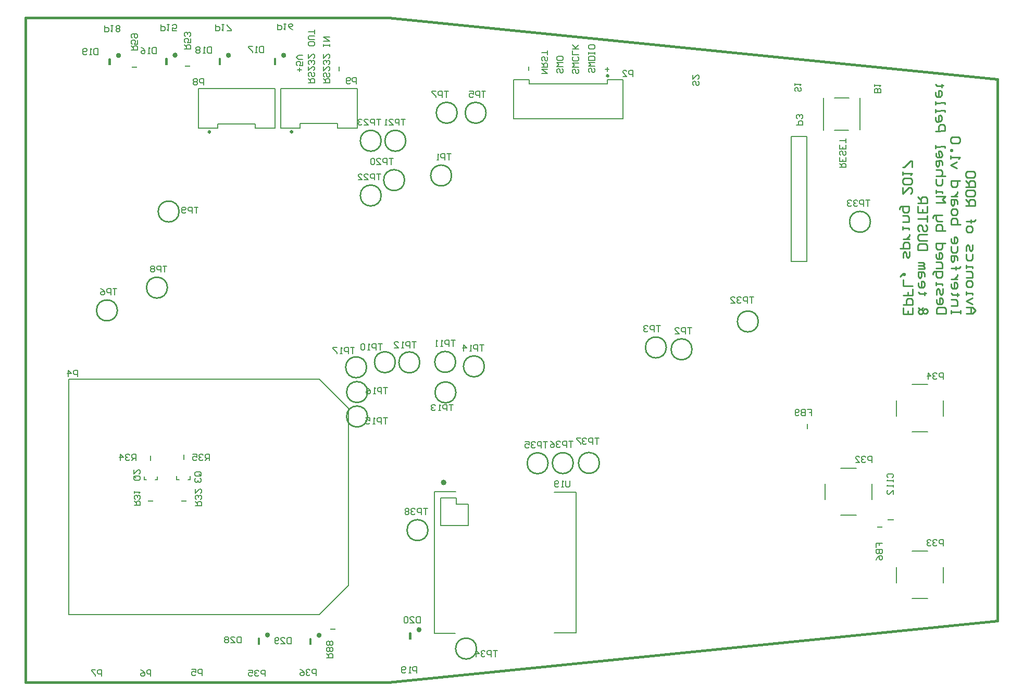
<source format=gbo>
G04 Layer_Color=32896*
%FSLAX44Y44*%
%MOMM*%
G71*
G01*
G75*
%ADD46C,0.5000*%
%ADD48C,0.4000*%
%ADD51C,0.2540*%
%ADD54C,0.2000*%
%ADD84C,0.1270*%
%ADD85C,0.1524*%
%ADD86R,0.2250X0.8636*%
%ADD87R,0.8636X0.2250*%
%ADD88R,1.0000X0.2500*%
%ADD164C,0.4064*%
%ADD165C,0.1900*%
D46*
X891532Y584500D02*
G03*
X891532Y584500I-2032J0D01*
G01*
D48*
X643200Y1154650D02*
G03*
X643200Y1154650I-1000J0D01*
G01*
X509650Y1154400D02*
G03*
X509650Y1154400I-1000J0D01*
G01*
X1156800Y1245600D02*
G03*
X1156800Y1245600I-1000J0D01*
G01*
X800000Y260000D02*
X1790000Y360000D01*
Y1240000D01*
X210000Y260000D02*
X800000D01*
Y1340000D02*
X1790000Y1240000D01*
X210000Y1340000D02*
X800000D01*
X210000Y260000D02*
Y1340000D01*
D51*
X864000Y507000D02*
G03*
X864000Y507000I-17000J0D01*
G01*
X1142750Y616250D02*
G03*
X1142750Y616250I-17000J0D01*
G01*
X1100250Y616000D02*
G03*
X1100250Y616000I-17000J0D01*
G01*
X1059250Y615750D02*
G03*
X1059250Y615750I-17000J0D01*
G01*
X943000Y314500D02*
G03*
X943000Y314500I-17000J0D01*
G01*
X1583250Y1008250D02*
G03*
X1583250Y1008250I-17000J0D01*
G01*
X1401000Y846250D02*
G03*
X1401000Y846250I-17000J0D01*
G01*
X764250Y771750D02*
G03*
X764250Y771750I-17000J0D01*
G01*
X765750Y731500D02*
G03*
X765750Y731500I-17000J0D01*
G01*
Y691750D02*
G03*
X765750Y691750I-17000J0D01*
G01*
X955750Y773250D02*
G03*
X955750Y773250I-17000J0D01*
G01*
X909500Y731000D02*
G03*
X909500Y731000I-17000J0D01*
G01*
X850750Y779750D02*
G03*
X850750Y779750I-17000J0D01*
G01*
X909000Y780500D02*
G03*
X909000Y780500I-17000J0D01*
G01*
X811000Y780000D02*
G03*
X811000Y780000I-17000J0D01*
G01*
X902500Y1083500D02*
G03*
X902500Y1083500I-17000J0D01*
G01*
X826000Y1076000D02*
G03*
X826000Y1076000I-17000J0D01*
G01*
X788000Y1140000D02*
G03*
X788000Y1140000I-17000J0D01*
G01*
X1251500Y804000D02*
G03*
X1251500Y804000I-17000J0D01*
G01*
X1293250Y801000D02*
G03*
X1293250Y801000I-17000J0D01*
G01*
X958500Y1185500D02*
G03*
X958500Y1185500I-17000J0D01*
G01*
X359250Y864250D02*
G03*
X359250Y864250I-17000J0D01*
G01*
X911500Y1185500D02*
G03*
X911500Y1185500I-17000J0D01*
G01*
X440500Y901250D02*
G03*
X440500Y901250I-17000J0D01*
G01*
X459500Y1025000D02*
G03*
X459500Y1025000I-17000J0D01*
G01*
X828000Y1140000D02*
G03*
X828000Y1140000I-17000J0D01*
G01*
X788000Y1051000D02*
G03*
X788000Y1051000I-17000J0D01*
G01*
X1739198Y858965D02*
X1749355Y859004D01*
X1754414Y864102D01*
X1749316Y869161D01*
X1739159Y869122D01*
X1746777Y869151D01*
X1746816Y858995D01*
X1749296Y874239D02*
X1739120Y879278D01*
X1749257Y884396D01*
X1739081Y889435D02*
X1739061Y894513D01*
X1739071Y891974D01*
X1749228Y892013D01*
X1749238Y889474D01*
X1739022Y904670D02*
X1739003Y909748D01*
X1741532Y912297D01*
X1746610Y912317D01*
X1749159Y909788D01*
X1749179Y904709D01*
X1746649Y902160D01*
X1741571Y902141D01*
X1739022Y904670D01*
X1738973Y917366D02*
X1749130Y917405D01*
X1749100Y925022D01*
X1746551Y927552D01*
X1738934Y927522D01*
X1738914Y932601D02*
X1738895Y937679D01*
X1738905Y935140D01*
X1749061Y935179D01*
X1749071Y932640D01*
X1748983Y955492D02*
X1749012Y947875D01*
X1746483Y945326D01*
X1741405Y945306D01*
X1738856Y947836D01*
X1738826Y955453D01*
X1738807Y960531D02*
X1738777Y968149D01*
X1741307Y970698D01*
X1743855Y968168D01*
X1743875Y963090D01*
X1746424Y960561D01*
X1748954Y963110D01*
X1748924Y970727D01*
X1738679Y993541D02*
X1738660Y998619D01*
X1741189Y1001168D01*
X1746267Y1001187D01*
X1748816Y998658D01*
X1748836Y993580D01*
X1746307Y991031D01*
X1741228Y991011D01*
X1738679Y993541D01*
X1738620Y1008775D02*
X1751316Y1008824D01*
X1746238Y1008805D01*
X1746248Y1006266D01*
X1746228Y1011344D01*
X1746238Y1008805D01*
X1751316Y1008824D01*
X1753846Y1011373D01*
X1738523Y1034167D02*
X1753758Y1034226D01*
X1753728Y1041843D01*
X1751179Y1044373D01*
X1746101Y1044353D01*
X1743571Y1041804D01*
X1743601Y1034187D01*
X1743581Y1039265D02*
X1738483Y1044324D01*
X1753669Y1057078D02*
X1753689Y1052000D01*
X1751160Y1049451D01*
X1741003Y1049412D01*
X1738454Y1051941D01*
X1738434Y1057020D01*
X1740964Y1059568D01*
X1751120Y1059608D01*
X1753669Y1057078D01*
X1738405Y1064637D02*
X1753640Y1064696D01*
X1753611Y1072313D01*
X1751062Y1074843D01*
X1745983Y1074823D01*
X1743454Y1072274D01*
X1743483Y1064657D01*
X1743464Y1069735D02*
X1738366Y1074794D01*
X1753552Y1087548D02*
X1753571Y1082470D01*
X1751042Y1079921D01*
X1740885Y1079882D01*
X1738336Y1082411D01*
X1738317Y1087489D01*
X1740846Y1090038D01*
X1751003Y1090078D01*
X1753552Y1087548D01*
X1730056Y858930D02*
X1730036Y864008D01*
X1730046Y861469D01*
X1714811Y861410D01*
X1714821Y858871D01*
X1714801Y863949D01*
X1714772Y871567D02*
X1724928Y871606D01*
X1724899Y879223D01*
X1722350Y881753D01*
X1714732Y881723D01*
X1727399Y889390D02*
X1724860Y889380D01*
X1724869Y886841D01*
X1724850Y891919D01*
X1724860Y889380D01*
X1717242Y889351D01*
X1714693Y891880D01*
X1714634Y907115D02*
X1714654Y902037D01*
X1717203Y899507D01*
X1722281Y899527D01*
X1724811Y902076D01*
X1724791Y907154D01*
X1722242Y909684D01*
X1719703Y909674D01*
X1719742Y899517D01*
X1724762Y914772D02*
X1714605Y914733D01*
X1719683Y914752D01*
X1722213Y917301D01*
X1724742Y919850D01*
X1724732Y922389D01*
X1714536Y932507D02*
X1727232Y932556D01*
X1722154Y932536D01*
X1722164Y929997D01*
X1722144Y935075D01*
X1722154Y932536D01*
X1727232Y932556D01*
X1729762Y935105D01*
X1724644Y945242D02*
X1724624Y950320D01*
X1722076Y952849D01*
X1714458Y952820D01*
X1714487Y945202D01*
X1717036Y942673D01*
X1719566Y945222D01*
X1719536Y952840D01*
X1724556Y968094D02*
X1724585Y960477D01*
X1722056Y957928D01*
X1716978Y957908D01*
X1714429Y960437D01*
X1714399Y968055D01*
X1714350Y980751D02*
X1714370Y975672D01*
X1716919Y973143D01*
X1721997Y973163D01*
X1724527Y975712D01*
X1724507Y980790D01*
X1721958Y983319D01*
X1719419Y983309D01*
X1719458Y973153D01*
X1729497Y1003662D02*
X1714262Y1003603D01*
X1714233Y1011221D01*
X1716762Y1013770D01*
X1719301Y1013779D01*
X1721841Y1013789D01*
X1724389Y1011260D01*
X1724419Y1003642D01*
X1714194Y1021377D02*
X1714174Y1026456D01*
X1716703Y1029005D01*
X1721782Y1029024D01*
X1724331Y1026495D01*
X1724350Y1021416D01*
X1721821Y1018867D01*
X1716743Y1018848D01*
X1714194Y1021377D01*
X1724292Y1036651D02*
X1724272Y1041730D01*
X1721723Y1044259D01*
X1714106Y1044230D01*
X1714135Y1036612D01*
X1716684Y1034083D01*
X1719213Y1036632D01*
X1719184Y1044249D01*
X1724243Y1049347D02*
X1714086Y1049308D01*
X1719164Y1049328D01*
X1721694Y1051877D01*
X1724223Y1054426D01*
X1724213Y1056965D01*
X1729223Y1074758D02*
X1713988Y1074700D01*
X1714017Y1067082D01*
X1716566Y1064553D01*
X1721645Y1064572D01*
X1724174Y1067121D01*
X1724145Y1074739D01*
X1724066Y1095052D02*
X1713890Y1100091D01*
X1724027Y1105209D01*
X1713851Y1110248D02*
X1713831Y1115326D01*
X1713841Y1112787D01*
X1729076Y1112846D01*
X1726547Y1110297D01*
X1713802Y1122944D02*
X1716341Y1122953D01*
X1716331Y1125493D01*
X1713792Y1125483D01*
X1713802Y1122944D01*
X1726449Y1135688D02*
X1728978Y1138237D01*
X1728958Y1143316D01*
X1726409Y1145845D01*
X1716253Y1145806D01*
X1713723Y1143257D01*
X1713743Y1138179D01*
X1716292Y1135649D01*
X1726449Y1135688D01*
X1705678Y858836D02*
X1690443Y858777D01*
X1690413Y866395D01*
X1692943Y868943D01*
X1703099Y868983D01*
X1705648Y866453D01*
X1705678Y858836D01*
X1690354Y881629D02*
X1690374Y876551D01*
X1692923Y874022D01*
X1698001Y874041D01*
X1700531Y876590D01*
X1700511Y881669D01*
X1697962Y884198D01*
X1695423Y884188D01*
X1695462Y874032D01*
X1690325Y889247D02*
X1690296Y896864D01*
X1692825Y899413D01*
X1695374Y896884D01*
X1695394Y891806D01*
X1697943Y889276D01*
X1700472Y891825D01*
X1700443Y899443D01*
X1690266Y904482D02*
X1690247Y909560D01*
X1690257Y907021D01*
X1700413Y907060D01*
X1700423Y904521D01*
X1685119Y922236D02*
X1685110Y924776D01*
X1687639Y927325D01*
X1700335Y927374D01*
X1700364Y919756D01*
X1697835Y917207D01*
X1692757Y917188D01*
X1690208Y919717D01*
X1690178Y927334D01*
X1690159Y932413D02*
X1700315Y932452D01*
X1700286Y940069D01*
X1697737Y942599D01*
X1690119Y942569D01*
X1690070Y955265D02*
X1690090Y950187D01*
X1692639Y947657D01*
X1697717Y947677D01*
X1700247Y950226D01*
X1700227Y955304D01*
X1697678Y957834D01*
X1695139Y957824D01*
X1695178Y947667D01*
X1705237Y973098D02*
X1690002Y973039D01*
X1690031Y965422D01*
X1692580Y962892D01*
X1697659Y962912D01*
X1700188Y965461D01*
X1700159Y973078D01*
X1705158Y993411D02*
X1689924Y993353D01*
X1689894Y1000970D01*
X1692424Y1003519D01*
X1694963Y1003529D01*
X1697502Y1003539D01*
X1700051Y1001009D01*
X1700080Y993392D01*
X1700021Y1008627D02*
X1692404Y1008597D01*
X1689855Y1011127D01*
X1689826Y1018744D01*
X1687286Y1018734D01*
X1684757Y1016185D01*
X1684767Y1013646D01*
X1689826Y1018744D02*
X1699982Y1018783D01*
X1689747Y1039057D02*
X1704982Y1039116D01*
X1699884Y1044175D01*
X1704943Y1049273D01*
X1689708Y1049214D01*
X1689688Y1054292D02*
X1689669Y1059371D01*
X1689679Y1056832D01*
X1699835Y1056871D01*
X1699845Y1054332D01*
X1699757Y1077184D02*
X1699786Y1069566D01*
X1697257Y1067018D01*
X1692179Y1066998D01*
X1689630Y1069527D01*
X1689600Y1077145D01*
X1704816Y1082282D02*
X1689581Y1082223D01*
X1697198Y1082252D01*
X1699727Y1084801D01*
X1699708Y1089880D01*
X1697159Y1092409D01*
X1689541Y1092380D01*
X1699669Y1100036D02*
X1699649Y1105115D01*
X1697100Y1107644D01*
X1689483Y1107615D01*
X1689512Y1099997D01*
X1692061Y1097468D01*
X1694590Y1100017D01*
X1694561Y1107634D01*
X1689434Y1120311D02*
X1689453Y1115232D01*
X1692002Y1112703D01*
X1697081Y1112722D01*
X1699610Y1115271D01*
X1699590Y1120350D01*
X1697041Y1122879D01*
X1694502Y1122869D01*
X1694541Y1112713D01*
X1689404Y1127928D02*
X1689385Y1133006D01*
X1689395Y1130467D01*
X1704630Y1130526D01*
X1704639Y1127987D01*
X1689297Y1155859D02*
X1704532Y1155918D01*
X1704502Y1163535D01*
X1701953Y1166064D01*
X1696875Y1166045D01*
X1694346Y1163496D01*
X1694375Y1155878D01*
X1689209Y1178711D02*
X1689228Y1173633D01*
X1691777Y1171103D01*
X1696855Y1171123D01*
X1699385Y1173672D01*
X1699365Y1178750D01*
X1696816Y1181280D01*
X1694277Y1181270D01*
X1694316Y1171113D01*
X1689179Y1186329D02*
X1689160Y1191407D01*
X1689169Y1188868D01*
X1704404Y1188927D01*
X1704414Y1186387D01*
X1689130Y1199024D02*
X1689111Y1204103D01*
X1689120Y1201564D01*
X1704355Y1201622D01*
X1704365Y1199083D01*
X1689052Y1219338D02*
X1689071Y1214259D01*
X1691620Y1211730D01*
X1696699Y1211750D01*
X1699228Y1214298D01*
X1699208Y1219377D01*
X1696660Y1221906D01*
X1694120Y1221896D01*
X1694160Y1211740D01*
X1701708Y1229543D02*
X1699169Y1229533D01*
X1699179Y1226994D01*
X1699160Y1232073D01*
X1699169Y1229533D01*
X1691552Y1229504D01*
X1689003Y1232033D01*
X1660947Y868820D02*
X1663496Y866291D01*
X1660967Y863742D01*
X1660977Y861202D01*
X1663526Y858673D01*
X1666065Y858683D01*
X1668594Y861232D01*
X1671143Y858702D01*
X1673682Y858712D01*
X1676212Y861261D01*
X1676202Y863801D01*
X1673653Y866330D01*
X1671114Y866320D01*
X1668584Y863771D01*
X1666035Y866301D01*
X1663496Y866291D01*
X1668565Y868849D02*
X1666035Y866301D01*
X1668594Y861232D02*
X1668584Y863771D01*
X1673555Y891721D02*
X1671016Y891712D01*
X1671026Y889173D01*
X1671006Y894251D01*
X1671016Y891712D01*
X1663398Y891682D01*
X1660849Y894212D01*
X1660791Y909447D02*
X1660810Y904368D01*
X1663359Y901839D01*
X1668437Y901859D01*
X1670967Y904407D01*
X1670947Y909486D01*
X1668398Y912015D01*
X1665859Y912005D01*
X1665898Y901849D01*
X1670908Y919642D02*
X1670888Y924721D01*
X1668339Y927250D01*
X1660722Y927221D01*
X1660751Y919603D01*
X1663300Y917074D01*
X1665830Y919623D01*
X1665800Y927240D01*
X1660702Y932299D02*
X1670859Y932338D01*
X1670849Y934877D01*
X1668300Y937407D01*
X1660683Y937377D01*
X1668300Y937407D01*
X1670830Y939956D01*
X1668281Y942485D01*
X1660663Y942456D01*
X1675820Y962828D02*
X1660585Y962769D01*
X1660555Y970386D01*
X1663085Y972935D01*
X1673241Y972975D01*
X1675790Y970445D01*
X1675820Y962828D01*
X1675761Y978063D02*
X1663065Y978014D01*
X1660516Y980543D01*
X1660497Y985621D01*
X1663026Y988170D01*
X1675722Y988219D01*
X1673124Y1003445D02*
X1675673Y1000915D01*
X1675692Y995837D01*
X1673163Y993288D01*
X1670624Y993278D01*
X1668075Y995807D01*
X1668055Y1000886D01*
X1665506Y1003415D01*
X1662967Y1003405D01*
X1660438Y1000856D01*
X1660457Y995778D01*
X1663006Y993249D01*
X1675643Y1008533D02*
X1675604Y1018689D01*
X1675624Y1013611D01*
X1660389Y1013552D01*
X1675546Y1033924D02*
X1675585Y1023767D01*
X1660350Y1023709D01*
X1660311Y1033865D01*
X1667967Y1023738D02*
X1667948Y1028817D01*
X1660291Y1038944D02*
X1675526Y1039003D01*
X1675497Y1046620D01*
X1672948Y1049149D01*
X1667869Y1049130D01*
X1665340Y1046581D01*
X1665369Y1038963D01*
X1665350Y1044042D02*
X1660252Y1049100D01*
X1651804Y868785D02*
X1651844Y858628D01*
X1636608Y858569D01*
X1636569Y868726D01*
X1644226Y858599D02*
X1644206Y863677D01*
X1636550Y873804D02*
X1651785Y873863D01*
X1651755Y881481D01*
X1649206Y884010D01*
X1644128Y883990D01*
X1641599Y881441D01*
X1641628Y873824D01*
X1651687Y899255D02*
X1651726Y889098D01*
X1644108Y889069D01*
X1644089Y894147D01*
X1644108Y889069D01*
X1636491Y889039D01*
X1651667Y904333D02*
X1636432Y904274D01*
X1636393Y914431D01*
X1633824Y922039D02*
X1636354Y924587D01*
X1638893Y924597D01*
X1638903Y922058D01*
X1636364Y922048D01*
X1636354Y924587D01*
X1633824Y922039D01*
X1631295Y919490D01*
X1636256Y949979D02*
X1636227Y957597D01*
X1638756Y960146D01*
X1641305Y957616D01*
X1641324Y952538D01*
X1643873Y950008D01*
X1646403Y952558D01*
X1646373Y960175D01*
X1631119Y965194D02*
X1646354Y965253D01*
X1646324Y972871D01*
X1643775Y975400D01*
X1638697Y975380D01*
X1636168Y972832D01*
X1636197Y965214D01*
X1646295Y980488D02*
X1636138Y980449D01*
X1641217Y980469D01*
X1643746Y983018D01*
X1646275Y985566D01*
X1646266Y988106D01*
X1636080Y995684D02*
X1636060Y1000762D01*
X1636070Y998223D01*
X1646227Y998262D01*
X1646236Y995723D01*
X1636031Y1008380D02*
X1646187Y1008419D01*
X1646158Y1016036D01*
X1643609Y1018566D01*
X1635991Y1018536D01*
X1630874Y1028673D02*
X1630864Y1031213D01*
X1633394Y1033762D01*
X1646089Y1033811D01*
X1646119Y1026193D01*
X1643589Y1023644D01*
X1638511Y1023624D01*
X1635962Y1026154D01*
X1635933Y1033771D01*
X1635815Y1064241D02*
X1635854Y1054085D01*
X1645972Y1064280D01*
X1648511Y1064290D01*
X1651060Y1061761D01*
X1651080Y1056683D01*
X1648550Y1054134D01*
X1648491Y1069369D02*
X1651021Y1071917D01*
X1651001Y1076996D01*
X1648452Y1079525D01*
X1638295Y1079486D01*
X1635766Y1076937D01*
X1635786Y1071859D01*
X1638335Y1069329D01*
X1648491Y1069369D01*
X1635737Y1084555D02*
X1635717Y1089633D01*
X1635727Y1087094D01*
X1650962Y1087152D01*
X1648433Y1084604D01*
X1650923Y1097309D02*
X1650884Y1107466D01*
X1648344Y1107456D01*
X1638227Y1097260D01*
X1635688Y1097250D01*
D54*
X1454186Y943536D02*
X1479586D01*
Y1146736D01*
X1454186D02*
X1479586D01*
X1454186Y943536D02*
Y1146736D01*
X477750Y589250D02*
Y594750D01*
X455750Y589250D02*
Y594750D01*
Y589250D02*
X459250D01*
X474250D02*
X477750D01*
X424500Y588750D02*
Y594250D01*
X402500Y588750D02*
Y594250D01*
Y588750D02*
X406000D01*
X421000D02*
X424500D01*
X1650850Y743650D02*
X1676100D01*
X1625350Y692650D02*
Y717900D01*
X1650850Y667150D02*
X1676100D01*
X1701350Y692650D02*
Y717900D01*
X1650850Y472650D02*
X1676100D01*
X1625350Y421650D02*
Y446900D01*
X1650850Y396150D02*
X1676100D01*
X1701350Y421650D02*
Y446900D01*
X1534907Y607989D02*
X1560157D01*
X1509407Y556989D02*
Y582239D01*
X1534907Y531489D02*
X1560157D01*
X1585407Y556989D02*
Y582239D01*
X624420Y1160750D02*
Y1224750D01*
Y1160750D02*
X656170D01*
Y1167750D01*
X717130D01*
Y1160750D02*
Y1167750D01*
Y1160750D02*
X748880D01*
Y1224750D01*
X624420D02*
X748880D01*
X490870Y1160500D02*
Y1224500D01*
Y1160500D02*
X522620D01*
Y1167500D01*
X583580D01*
Y1160500D02*
Y1167500D01*
Y1160500D02*
X615330D01*
Y1224500D01*
X490870D02*
X615330D01*
X1003400Y1175500D02*
X1181200D01*
X1003400D02*
Y1239500D01*
X1028800D01*
Y1232500D02*
Y1239500D01*
Y1232500D02*
X1155800D01*
Y1239500D01*
X1181200D01*
Y1175500D02*
Y1239500D01*
X929500Y514500D02*
Y549500D01*
X884500Y514500D02*
X929500D01*
X884500D02*
Y559500D01*
X874500Y339500D02*
Y569500D01*
X884500Y559500D02*
X910250D01*
Y549500D02*
X929500D01*
X910250D02*
Y559500D01*
X874500Y569500D02*
X909250D01*
X1069000Y568750D02*
X1104500D01*
X874500Y339500D02*
X908750D01*
X1104500Y339750D02*
Y568750D01*
X1069500Y339750D02*
X1104500D01*
X280000Y370000D02*
Y752500D01*
X687500D01*
X735000Y705000D01*
Y417500D02*
Y705000D01*
X687500Y370000D02*
X735000Y417500D01*
X280000Y370000D02*
X687500D01*
X1094750Y587497D02*
Y579166D01*
X1093084Y577500D01*
X1089752D01*
X1088085Y579166D01*
Y587497D01*
X1084753Y577500D02*
X1081421D01*
X1083087D01*
Y587497D01*
X1084753Y585831D01*
X1076423Y579166D02*
X1074756Y577500D01*
X1071424D01*
X1069758Y579166D01*
Y585831D01*
X1071424Y587497D01*
X1074756D01*
X1076423Y585831D01*
Y584165D01*
X1074756Y582498D01*
X1069758D01*
X787194Y1086341D02*
X780529D01*
X783862D01*
Y1076344D01*
X777197D02*
Y1086341D01*
X772199D01*
X770533Y1084675D01*
Y1081342D01*
X772199Y1079676D01*
X777197D01*
X760536Y1076344D02*
X767200D01*
X760536Y1083008D01*
Y1084675D01*
X762202Y1086341D01*
X765534D01*
X767200Y1084675D01*
X750539Y1076344D02*
X757204D01*
X750539Y1083008D01*
Y1084675D01*
X752205Y1086341D01*
X755537D01*
X757204Y1084675D01*
X827278Y1175349D02*
X820613D01*
X823946D01*
Y1165352D01*
X817281D02*
Y1175349D01*
X812283D01*
X810617Y1173683D01*
Y1170350D01*
X812283Y1168684D01*
X817281D01*
X800620Y1165352D02*
X807284D01*
X800620Y1172017D01*
Y1173683D01*
X802286Y1175349D01*
X805618D01*
X807284Y1173683D01*
X797288Y1165352D02*
X793955D01*
X795621D01*
Y1175349D01*
X797288Y1173683D01*
X490500Y1032247D02*
X483835D01*
X487168D01*
Y1022250D01*
X480503D02*
Y1032247D01*
X475505D01*
X473839Y1030581D01*
Y1027248D01*
X475505Y1025582D01*
X480503D01*
X470507Y1023916D02*
X468840Y1022250D01*
X465508D01*
X463842Y1023916D01*
Y1030581D01*
X465508Y1032247D01*
X468840D01*
X470507Y1030581D01*
Y1028914D01*
X468840Y1027248D01*
X463842D01*
X439674Y936589D02*
X433009D01*
X436342D01*
Y926592D01*
X429677D02*
Y936589D01*
X424679D01*
X423013Y934923D01*
Y931590D01*
X424679Y929924D01*
X429677D01*
X419680Y934923D02*
X418014Y936589D01*
X414682D01*
X413016Y934923D01*
Y933257D01*
X414682Y931590D01*
X413016Y929924D01*
Y928258D01*
X414682Y926592D01*
X418014D01*
X419680Y928258D01*
Y929924D01*
X418014Y931590D01*
X419680Y933257D01*
Y934923D01*
X418014Y931590D02*
X414682D01*
X897250Y1220497D02*
X890585D01*
X893918D01*
Y1210500D01*
X887253D02*
Y1220497D01*
X882255D01*
X880589Y1218831D01*
Y1215498D01*
X882255Y1213832D01*
X887253D01*
X877256Y1220497D02*
X870592D01*
Y1218831D01*
X877256Y1212166D01*
Y1210500D01*
X358394Y899505D02*
X351730D01*
X355062D01*
Y889508D01*
X348397D02*
Y899505D01*
X343399D01*
X341733Y897839D01*
Y894506D01*
X343399Y892840D01*
X348397D01*
X331736Y899505D02*
X335068Y897839D01*
X338400Y894506D01*
Y891174D01*
X336734Y889508D01*
X333402D01*
X331736Y891174D01*
Y892840D01*
X333402Y894506D01*
X338400D01*
X957834Y1220815D02*
X951170D01*
X954502D01*
Y1210818D01*
X947837D02*
Y1220815D01*
X942839D01*
X941173Y1219149D01*
Y1215816D01*
X942839Y1214150D01*
X947837D01*
X931176Y1220815D02*
X937840D01*
Y1215816D01*
X934508Y1217483D01*
X932842D01*
X931176Y1215816D01*
Y1212484D01*
X932842Y1210818D01*
X936174D01*
X937840Y1212484D01*
X294250Y757000D02*
Y766997D01*
X289252D01*
X287586Y765331D01*
Y761998D01*
X289252Y760332D01*
X294250D01*
X279255Y757000D02*
Y766997D01*
X284253Y761998D01*
X277589D01*
X1462750Y1165500D02*
X1472747D01*
Y1170498D01*
X1471081Y1172165D01*
X1467748D01*
X1466082Y1170498D01*
Y1165500D01*
X1471081Y1175497D02*
X1472747Y1177163D01*
Y1180495D01*
X1471081Y1182161D01*
X1469415D01*
X1467748Y1180495D01*
Y1178829D01*
Y1180495D01*
X1466082Y1182161D01*
X1464416D01*
X1462750Y1180495D01*
Y1177163D01*
X1464416Y1175497D01*
X1480836Y703247D02*
X1487500D01*
Y698248D01*
X1484168D01*
X1487500D01*
Y693250D01*
X1477503Y703247D02*
Y693250D01*
X1472505D01*
X1470839Y694916D01*
Y696582D01*
X1472505Y698248D01*
X1477503D01*
X1472505D01*
X1470839Y699914D01*
Y701581D01*
X1472505Y703247D01*
X1477503D01*
X1467506Y694916D02*
X1465840Y693250D01*
X1462508D01*
X1460842Y694916D01*
Y701581D01*
X1462508Y703247D01*
X1465840D01*
X1467506Y701581D01*
Y699914D01*
X1465840Y698248D01*
X1460842D01*
X1592253Y478835D02*
Y485500D01*
X1597252D01*
Y482168D01*
Y485500D01*
X1602250D01*
X1592253Y475503D02*
X1602250D01*
Y470505D01*
X1600584Y468839D01*
X1598918D01*
X1597252Y470505D01*
Y475503D01*
Y470505D01*
X1595585Y468839D01*
X1593919D01*
X1592253Y470505D01*
Y475503D01*
Y458842D02*
X1593919Y462174D01*
X1597252Y465506D01*
X1600584D01*
X1602250Y463840D01*
Y460508D01*
X1600584Y458842D01*
X1598918D01*
X1597252Y460508D01*
Y465506D01*
X422500Y1291497D02*
Y1281500D01*
X417502D01*
X415835Y1283166D01*
Y1289831D01*
X417502Y1291497D01*
X422500D01*
X412503Y1281500D02*
X409171D01*
X410837D01*
Y1291497D01*
X412503Y1289831D01*
X397508Y1291497D02*
X400840Y1289831D01*
X404173Y1286498D01*
Y1283166D01*
X402506Y1281500D01*
X399174D01*
X397508Y1283166D01*
Y1284832D01*
X399174Y1286498D01*
X404173D01*
X1599997Y1218250D02*
X1590000D01*
Y1223248D01*
X1591666Y1224914D01*
X1593332D01*
X1594998Y1223248D01*
Y1218250D01*
Y1223248D01*
X1596664Y1224914D01*
X1598331D01*
X1599997Y1223248D01*
Y1218250D01*
X1590000Y1228247D02*
Y1231579D01*
Y1229913D01*
X1599997D01*
X1598331Y1228247D01*
X597000Y1293497D02*
Y1283500D01*
X592002D01*
X590336Y1285166D01*
Y1291831D01*
X592002Y1293497D01*
X597000D01*
X587003Y1283500D02*
X583671D01*
X585337D01*
Y1293497D01*
X587003Y1291831D01*
X578673Y1293497D02*
X572008D01*
Y1291831D01*
X578673Y1285166D01*
Y1283500D01*
X511750Y1292747D02*
Y1282750D01*
X506752D01*
X505085Y1284416D01*
Y1291081D01*
X506752Y1292747D01*
X511750D01*
X501753Y1282750D02*
X498421D01*
X500087D01*
Y1292747D01*
X501753Y1291081D01*
X493423D02*
X491756Y1292747D01*
X488424D01*
X486758Y1291081D01*
Y1289415D01*
X488424Y1287748D01*
X486758Y1286082D01*
Y1284416D01*
X488424Y1282750D01*
X491756D01*
X493423Y1284416D01*
Y1286082D01*
X491756Y1287748D01*
X493423Y1289415D01*
Y1291081D01*
X491756Y1287748D02*
X488424D01*
X327750Y1289747D02*
Y1279750D01*
X322752D01*
X321086Y1281416D01*
Y1288081D01*
X322752Y1289747D01*
X327750D01*
X317753Y1279750D02*
X314421D01*
X316087D01*
Y1289747D01*
X317753Y1288081D01*
X309423Y1281416D02*
X307756Y1279750D01*
X304424D01*
X302758Y1281416D01*
Y1288081D01*
X304424Y1289747D01*
X307756D01*
X309423Y1288081D01*
Y1286414D01*
X307756Y1284748D01*
X302758D01*
X338500Y1327500D02*
Y1317503D01*
X343498D01*
X345164Y1319169D01*
Y1322502D01*
X343498Y1324168D01*
X338500D01*
X348497Y1327500D02*
X351829D01*
X350163D01*
Y1317503D01*
X348497Y1319169D01*
X356827D02*
X358494Y1317503D01*
X361826D01*
X363492Y1319169D01*
Y1320836D01*
X361826Y1322502D01*
X363492Y1324168D01*
Y1325834D01*
X361826Y1327500D01*
X358494D01*
X356827Y1325834D01*
Y1324168D01*
X358494Y1322502D01*
X356827Y1320836D01*
Y1319169D01*
X358494Y1322502D02*
X361826D01*
X519250Y1328750D02*
Y1318753D01*
X524248D01*
X525914Y1320419D01*
Y1323752D01*
X524248Y1325418D01*
X519250D01*
X529247Y1328750D02*
X532579D01*
X530913D01*
Y1318753D01*
X529247Y1320419D01*
X537577Y1318753D02*
X544242D01*
Y1320419D01*
X537577Y1327084D01*
Y1328750D01*
X619500Y1330250D02*
Y1320253D01*
X624498D01*
X626165Y1321919D01*
Y1325252D01*
X624498Y1326918D01*
X619500D01*
X629497Y1330250D02*
X632829D01*
X631163D01*
Y1320253D01*
X629497Y1321919D01*
X644492Y1320253D02*
X641160Y1321919D01*
X637827Y1325252D01*
Y1328584D01*
X639494Y1330250D01*
X642826D01*
X644492Y1328584D01*
Y1326918D01*
X642826Y1325252D01*
X637827D01*
X430000Y1328750D02*
Y1318753D01*
X434998D01*
X436665Y1320419D01*
Y1323752D01*
X434998Y1325418D01*
X430000D01*
X439997Y1328750D02*
X443329D01*
X441663D01*
Y1318753D01*
X439997Y1320419D01*
X454992Y1318753D02*
X448327D01*
Y1323752D01*
X451660Y1322086D01*
X453326D01*
X454992Y1323752D01*
Y1327084D01*
X453326Y1328750D01*
X449994D01*
X448327Y1327084D01*
X1197250Y1244750D02*
Y1254747D01*
X1192252D01*
X1190585Y1253081D01*
Y1249748D01*
X1192252Y1248082D01*
X1197250D01*
X1180589Y1244750D02*
X1187253D01*
X1180589Y1251414D01*
Y1253081D01*
X1182255Y1254747D01*
X1185587D01*
X1187253Y1253081D01*
X496500Y270750D02*
Y280747D01*
X491502D01*
X489836Y279081D01*
Y275748D01*
X491502Y274082D01*
X496500D01*
X479839Y280747D02*
X486503D01*
Y275748D01*
X483171Y277414D01*
X481505D01*
X479839Y275748D01*
Y272416D01*
X481505Y270750D01*
X484837D01*
X486503Y272416D01*
X413500Y269750D02*
Y279747D01*
X408502D01*
X406836Y278081D01*
Y274748D01*
X408502Y273082D01*
X413500D01*
X396839Y279747D02*
X400171Y278081D01*
X403503Y274748D01*
Y271416D01*
X401837Y269750D01*
X398505D01*
X396839Y271416D01*
Y273082D01*
X398505Y274748D01*
X403503D01*
X333750Y269750D02*
Y279747D01*
X328752D01*
X327085Y278081D01*
Y274748D01*
X328752Y273082D01*
X333750D01*
X323753Y279747D02*
X317089D01*
Y278081D01*
X323753Y271416D01*
Y269750D01*
X468500Y1289250D02*
X478497D01*
Y1294248D01*
X476831Y1295914D01*
X473498D01*
X471832Y1294248D01*
Y1289250D01*
Y1292582D02*
X468500Y1295914D01*
X478497Y1305911D02*
Y1299247D01*
X473498D01*
X475164Y1302579D01*
Y1304245D01*
X473498Y1305911D01*
X470166D01*
X468500Y1304245D01*
Y1300913D01*
X470166Y1299247D01*
X476831Y1309244D02*
X478497Y1310910D01*
Y1314242D01*
X476831Y1315908D01*
X475164D01*
X473498Y1314242D01*
Y1312576D01*
Y1314242D01*
X471832Y1315908D01*
X470166D01*
X468500Y1314242D01*
Y1310910D01*
X470166Y1309244D01*
X381750Y1287250D02*
X391747D01*
Y1292248D01*
X390081Y1293914D01*
X386748D01*
X385082Y1292248D01*
Y1287250D01*
Y1290582D02*
X381750Y1293914D01*
X391747Y1303911D02*
Y1297247D01*
X386748D01*
X388414Y1300579D01*
Y1302245D01*
X386748Y1303911D01*
X383416D01*
X381750Y1302245D01*
Y1298913D01*
X383416Y1297247D01*
Y1307244D02*
X381750Y1308910D01*
Y1312242D01*
X383416Y1313908D01*
X390081D01*
X391747Y1312242D01*
Y1308910D01*
X390081Y1307244D01*
X388414D01*
X386748Y1308910D01*
Y1313908D01*
X386500Y547250D02*
X396497D01*
Y552248D01*
X394831Y553914D01*
X391498D01*
X389832Y552248D01*
Y547250D01*
Y550582D02*
X386500Y553914D01*
X394831Y557247D02*
X396497Y558913D01*
Y562245D01*
X394831Y563911D01*
X393164D01*
X391498Y562245D01*
Y560579D01*
Y562245D01*
X389832Y563911D01*
X388166D01*
X386500Y562245D01*
Y558913D01*
X388166Y557247D01*
X386500Y567244D02*
Y570576D01*
Y568910D01*
X396497D01*
X394831Y567244D01*
X1292606Y836259D02*
X1285941D01*
X1289274D01*
Y826262D01*
X1282609D02*
Y836259D01*
X1277611D01*
X1275945Y834593D01*
Y831260D01*
X1277611Y829594D01*
X1282609D01*
X1265948Y826262D02*
X1272612D01*
X1265948Y832926D01*
Y834593D01*
X1267614Y836259D01*
X1270946D01*
X1272612Y834593D01*
X1241750Y839497D02*
X1235086D01*
X1238418D01*
Y829500D01*
X1231753D02*
Y839497D01*
X1226755D01*
X1225089Y837831D01*
Y834498D01*
X1226755Y832832D01*
X1231753D01*
X1221756Y837831D02*
X1220090Y839497D01*
X1216758D01*
X1215092Y837831D01*
Y836164D01*
X1216758Y834498D01*
X1218424D01*
X1216758D01*
X1215092Y832832D01*
Y831166D01*
X1216758Y829500D01*
X1220090D01*
X1221756Y831166D01*
X787146Y1175349D02*
X780481D01*
X783814D01*
Y1165352D01*
X777149D02*
Y1175349D01*
X772151D01*
X770485Y1173683D01*
Y1170350D01*
X772151Y1168684D01*
X777149D01*
X760488Y1165352D02*
X767152D01*
X760488Y1172017D01*
Y1173683D01*
X762154Y1175349D01*
X765486D01*
X767152Y1173683D01*
X757156D02*
X755490Y1175349D01*
X752157D01*
X750491Y1173683D01*
Y1172017D01*
X752157Y1170350D01*
X753823D01*
X752157D01*
X750491Y1168684D01*
Y1167018D01*
X752157Y1165352D01*
X755490D01*
X757156Y1167018D01*
X807500Y1111497D02*
X800835D01*
X804168D01*
Y1101500D01*
X797503D02*
Y1111497D01*
X792505D01*
X790839Y1109831D01*
Y1106498D01*
X792505Y1104832D01*
X797503D01*
X780842Y1101500D02*
X787506D01*
X780842Y1108165D01*
Y1109831D01*
X782508Y1111497D01*
X785840D01*
X787506Y1109831D01*
X777510D02*
X775844Y1111497D01*
X772511D01*
X770845Y1109831D01*
Y1103166D01*
X772511Y1101500D01*
X775844D01*
X777510Y1103166D01*
Y1109831D01*
X499500Y1230750D02*
Y1240747D01*
X494502D01*
X492836Y1239081D01*
Y1235748D01*
X494502Y1234082D01*
X499500D01*
X489503Y1239081D02*
X487837Y1240747D01*
X484505D01*
X482839Y1239081D01*
Y1237414D01*
X484505Y1235748D01*
X482839Y1234082D01*
Y1232416D01*
X484505Y1230750D01*
X487837D01*
X489503Y1232416D01*
Y1234082D01*
X487837Y1235748D01*
X489503Y1237414D01*
Y1239081D01*
X487837Y1235748D02*
X484505D01*
X747776Y1232916D02*
Y1242913D01*
X742778D01*
X741112Y1241247D01*
Y1237914D01*
X742778Y1236248D01*
X747776D01*
X737779Y1234582D02*
X736113Y1232916D01*
X732781D01*
X731115Y1234582D01*
Y1241247D01*
X732781Y1242913D01*
X736113D01*
X737779Y1241247D01*
Y1239581D01*
X736113Y1237914D01*
X731115D01*
X1612169Y592085D02*
X1610503Y593752D01*
Y597084D01*
X1612169Y598750D01*
X1618834D01*
X1620500Y597084D01*
Y593752D01*
X1618834Y592085D01*
X1620500Y588753D02*
Y585421D01*
Y587087D01*
X1610503D01*
X1612169Y588753D01*
X1620500Y580423D02*
Y577090D01*
Y578756D01*
X1610503D01*
X1612169Y580423D01*
X1620500Y565427D02*
Y572092D01*
X1613835Y565427D01*
X1612169D01*
X1610503Y567094D01*
Y570426D01*
X1612169Y572092D01*
X851662Y366359D02*
Y356362D01*
X846664D01*
X844997Y358028D01*
Y364693D01*
X846664Y366359D01*
X851662D01*
X835001Y356362D02*
X841665D01*
X835001Y363027D01*
Y364693D01*
X836667Y366359D01*
X839999D01*
X841665Y364693D01*
X831668D02*
X830002Y366359D01*
X826670D01*
X825004Y364693D01*
Y358028D01*
X826670Y356362D01*
X830002D01*
X831668Y358028D01*
Y364693D01*
X560250Y333747D02*
Y323750D01*
X555252D01*
X553586Y325416D01*
Y332081D01*
X555252Y333747D01*
X560250D01*
X543589Y323750D02*
X550253D01*
X543589Y330415D01*
Y332081D01*
X545255Y333747D01*
X548587D01*
X550253Y332081D01*
X540257D02*
X538590Y333747D01*
X535258D01*
X533592Y332081D01*
Y330415D01*
X535258Y328748D01*
X533592Y327082D01*
Y325416D01*
X535258Y323750D01*
X538590D01*
X540257Y325416D01*
Y327082D01*
X538590Y328748D01*
X540257Y330415D01*
Y332081D01*
X538590Y328748D02*
X535258D01*
X641750Y332747D02*
Y322750D01*
X636752D01*
X635085Y324416D01*
Y331081D01*
X636752Y332747D01*
X641750D01*
X625089Y322750D02*
X631753D01*
X625089Y329414D01*
Y331081D01*
X626755Y332747D01*
X630087D01*
X631753Y331081D01*
X621756Y324416D02*
X620090Y322750D01*
X616758D01*
X615092Y324416D01*
Y331081D01*
X616758Y332747D01*
X620090D01*
X621756Y331081D01*
Y329414D01*
X620090Y327748D01*
X615092D01*
X846000Y275250D02*
Y285247D01*
X841002D01*
X839335Y283581D01*
Y280248D01*
X841002Y278582D01*
X846000D01*
X836003Y275250D02*
X832671D01*
X834337D01*
Y285247D01*
X836003Y283581D01*
X827673Y276916D02*
X826006Y275250D01*
X822674D01*
X821008Y276916D01*
Y283581D01*
X822674Y285247D01*
X826006D01*
X827673Y283581D01*
Y281915D01*
X826006Y280248D01*
X821008D01*
X1585722Y617220D02*
Y627217D01*
X1580724D01*
X1579057Y625551D01*
Y622218D01*
X1580724Y620552D01*
X1585722D01*
X1575725Y625551D02*
X1574059Y627217D01*
X1570727D01*
X1569061Y625551D01*
Y623885D01*
X1570727Y622218D01*
X1572393D01*
X1570727D01*
X1569061Y620552D01*
Y618886D01*
X1570727Y617220D01*
X1574059D01*
X1575725Y618886D01*
X1559064Y617220D02*
X1565728D01*
X1559064Y623885D01*
Y625551D01*
X1560730Y627217D01*
X1564062D01*
X1565728Y625551D01*
X1701800Y481838D02*
Y491835D01*
X1696802D01*
X1695135Y490169D01*
Y486836D01*
X1696802Y485170D01*
X1701800D01*
X1691803Y490169D02*
X1690137Y491835D01*
X1686805D01*
X1685139Y490169D01*
Y488503D01*
X1686805Y486836D01*
X1688471D01*
X1686805D01*
X1685139Y485170D01*
Y483504D01*
X1686805Y481838D01*
X1690137D01*
X1691803Y483504D01*
X1681806Y490169D02*
X1680140Y491835D01*
X1676808D01*
X1675142Y490169D01*
Y488503D01*
X1676808Y486836D01*
X1678474D01*
X1676808D01*
X1675142Y485170D01*
Y483504D01*
X1676808Y481838D01*
X1680140D01*
X1681806Y483504D01*
X1701800Y752856D02*
Y762853D01*
X1696802D01*
X1695135Y761187D01*
Y757854D01*
X1696802Y756188D01*
X1701800D01*
X1691803Y761187D02*
X1690137Y762853D01*
X1686805D01*
X1685139Y761187D01*
Y759520D01*
X1686805Y757854D01*
X1688471D01*
X1686805D01*
X1685139Y756188D01*
Y754522D01*
X1686805Y752856D01*
X1690137D01*
X1691803Y754522D01*
X1676808Y752856D02*
Y762853D01*
X1681806Y757854D01*
X1675142D01*
X599250Y269500D02*
Y279497D01*
X594252D01*
X592585Y277831D01*
Y274498D01*
X594252Y272832D01*
X599250D01*
X589253Y277831D02*
X587587Y279497D01*
X584255D01*
X582589Y277831D01*
Y276164D01*
X584255Y274498D01*
X585921D01*
X584255D01*
X582589Y272832D01*
Y271166D01*
X584255Y269500D01*
X587587D01*
X589253Y271166D01*
X572592Y279497D02*
X579256D01*
Y274498D01*
X575924Y276164D01*
X574258D01*
X572592Y274498D01*
Y271166D01*
X574258Y269500D01*
X577590D01*
X579256Y271166D01*
X682500Y271000D02*
Y280997D01*
X677502D01*
X675835Y279331D01*
Y275998D01*
X677502Y274332D01*
X682500D01*
X672503Y279331D02*
X670837Y280997D01*
X667505D01*
X665839Y279331D01*
Y277665D01*
X667505Y275998D01*
X669171D01*
X667505D01*
X665839Y274332D01*
Y272666D01*
X667505Y271000D01*
X670837D01*
X672503Y272666D01*
X655842Y280997D02*
X659174Y279331D01*
X662506Y275998D01*
Y272666D01*
X660840Y271000D01*
X657508D01*
X655842Y272666D01*
Y274332D01*
X657508Y275998D01*
X662506D01*
X387416Y594915D02*
X394081D01*
X395747Y593248D01*
Y589916D01*
X394081Y588250D01*
X387416D01*
X385750Y589916D01*
Y593248D01*
X389082Y591582D02*
X385750Y594915D01*
Y593248D02*
X387416Y594915D01*
X385750Y604911D02*
Y598247D01*
X392415Y604911D01*
X394081D01*
X395747Y603245D01*
Y599913D01*
X394081Y598247D01*
X493334Y594836D02*
X486669D01*
X485003Y596502D01*
Y599834D01*
X486669Y601500D01*
X493334D01*
X495000Y599834D01*
Y596502D01*
X491668Y598168D02*
X495000Y594836D01*
Y596502D02*
X493334Y594836D01*
X486669Y591503D02*
X485003Y589837D01*
Y586505D01*
X486669Y584839D01*
X488335D01*
X490002Y586505D01*
Y588171D01*
Y586505D01*
X491668Y584839D01*
X493334D01*
X495000Y586505D01*
Y589837D01*
X493334Y591503D01*
X486000Y546750D02*
X495997D01*
Y551748D01*
X494331Y553414D01*
X490998D01*
X489332Y551748D01*
Y546750D01*
Y550082D02*
X486000Y553414D01*
X494331Y556747D02*
X495997Y558413D01*
Y561745D01*
X494331Y563411D01*
X492664D01*
X490998Y561745D01*
Y560079D01*
Y561745D01*
X489332Y563411D01*
X487666D01*
X486000Y561745D01*
Y558413D01*
X487666Y556747D01*
X486000Y573408D02*
Y566744D01*
X492664Y573408D01*
X494331D01*
X495997Y571742D01*
Y568410D01*
X494331Y566744D01*
X389250Y620500D02*
Y630497D01*
X384252D01*
X382585Y628831D01*
Y625498D01*
X384252Y623832D01*
X389250D01*
X385918D02*
X382585Y620500D01*
X379253Y628831D02*
X377587Y630497D01*
X374255D01*
X372589Y628831D01*
Y627164D01*
X374255Y625498D01*
X375921D01*
X374255D01*
X372589Y623832D01*
Y622166D01*
X374255Y620500D01*
X377587D01*
X379253Y622166D01*
X364258Y620500D02*
Y630497D01*
X369256Y625498D01*
X362592D01*
X508500Y620750D02*
Y630747D01*
X503502D01*
X501836Y629081D01*
Y625748D01*
X503502Y624082D01*
X508500D01*
X505168D02*
X501836Y620750D01*
X498503Y629081D02*
X496837Y630747D01*
X493505D01*
X491839Y629081D01*
Y627415D01*
X493505Y625748D01*
X495171D01*
X493505D01*
X491839Y624082D01*
Y622416D01*
X493505Y620750D01*
X496837D01*
X498503Y622416D01*
X481842Y630747D02*
X488506D01*
Y625748D01*
X485174Y627415D01*
X483508D01*
X481842Y625748D01*
Y622416D01*
X483508Y620750D01*
X486840D01*
X488506Y622416D01*
X699250Y299500D02*
X709247D01*
Y304498D01*
X707581Y306164D01*
X704248D01*
X702582Y304498D01*
Y299500D01*
Y302832D02*
X699250Y306164D01*
X707581Y309497D02*
X709247Y311163D01*
Y314495D01*
X707581Y316161D01*
X705915D01*
X704248Y314495D01*
X702582Y316161D01*
X700916D01*
X699250Y314495D01*
Y311163D01*
X700916Y309497D01*
X702582D01*
X704248Y311163D01*
X705915Y309497D01*
X707581D01*
X704248Y311163D02*
Y314495D01*
X707581Y319494D02*
X709247Y321160D01*
Y324492D01*
X707581Y326158D01*
X705915D01*
X704248Y324492D01*
X702582Y326158D01*
X700916D01*
X699250Y324492D01*
Y321160D01*
X700916Y319494D01*
X702582D01*
X704248Y321160D01*
X705915Y319494D01*
X707581D01*
X704248Y321160D02*
Y324492D01*
X1468581Y1226915D02*
X1470247Y1225248D01*
Y1221916D01*
X1468581Y1220250D01*
X1466915D01*
X1465248Y1221916D01*
Y1225248D01*
X1463582Y1226915D01*
X1461916D01*
X1460250Y1225248D01*
Y1221916D01*
X1461916Y1220250D01*
X1460250Y1230247D02*
Y1233579D01*
Y1231913D01*
X1470247D01*
X1468581Y1230247D01*
X1303081Y1236665D02*
X1304747Y1234998D01*
Y1231666D01*
X1303081Y1230000D01*
X1301414D01*
X1299748Y1231666D01*
Y1234998D01*
X1298082Y1236665D01*
X1296416D01*
X1294750Y1234998D01*
Y1231666D01*
X1296416Y1230000D01*
X1294750Y1246661D02*
Y1239997D01*
X1301414Y1246661D01*
X1303081D01*
X1304747Y1244995D01*
Y1241663D01*
X1303081Y1239997D01*
X901700Y1118961D02*
X895035D01*
X898368D01*
Y1108964D01*
X891703D02*
Y1118961D01*
X886705D01*
X885039Y1117295D01*
Y1113962D01*
X886705Y1112296D01*
X891703D01*
X881706Y1108964D02*
X878374D01*
X880040D01*
Y1118961D01*
X881706Y1117295D01*
X789750Y809747D02*
X783085D01*
X786418D01*
Y799750D01*
X779753D02*
Y809747D01*
X774755D01*
X773089Y808081D01*
Y804748D01*
X774755Y803082D01*
X779753D01*
X769756Y799750D02*
X766424D01*
X768090D01*
Y809747D01*
X769756Y808081D01*
X761426D02*
X759760Y809747D01*
X756427D01*
X754761Y808081D01*
Y801416D01*
X756427Y799750D01*
X759760D01*
X761426Y801416D01*
Y808081D01*
X908304Y815939D02*
X901639D01*
X904972D01*
Y805942D01*
X898307D02*
Y815939D01*
X893309D01*
X891643Y814273D01*
Y810940D01*
X893309Y809274D01*
X898307D01*
X888310Y805942D02*
X884978D01*
X886644D01*
Y815939D01*
X888310Y814273D01*
X879980Y805942D02*
X876647D01*
X878314D01*
Y815939D01*
X879980Y814273D01*
X844500Y813497D02*
X837835D01*
X841168D01*
Y803500D01*
X834503D02*
Y813497D01*
X829505D01*
X827839Y811831D01*
Y808498D01*
X829505Y806832D01*
X834503D01*
X824506Y803500D02*
X821174D01*
X822840D01*
Y813497D01*
X824506Y811831D01*
X809511Y803500D02*
X816176D01*
X809511Y810164D01*
Y811831D01*
X811177Y813497D01*
X814510D01*
X816176Y811831D01*
X904750Y711247D02*
X898085D01*
X901418D01*
Y701250D01*
X894753D02*
Y711247D01*
X889755D01*
X888089Y709581D01*
Y706248D01*
X889755Y704582D01*
X894753D01*
X884756Y701250D02*
X881424D01*
X883090D01*
Y711247D01*
X884756Y709581D01*
X876426D02*
X874760Y711247D01*
X871427D01*
X869761Y709581D01*
Y707915D01*
X871427Y706248D01*
X873094D01*
X871427D01*
X869761Y704582D01*
Y702916D01*
X871427Y701250D01*
X874760D01*
X876426Y702916D01*
X955040Y808573D02*
X948375D01*
X951708D01*
Y798576D01*
X945043D02*
Y808573D01*
X940045D01*
X938379Y806907D01*
Y803574D01*
X940045Y801908D01*
X945043D01*
X935046Y798576D02*
X931714D01*
X933380D01*
Y808573D01*
X935046Y806907D01*
X921717Y798576D02*
Y808573D01*
X926716Y803574D01*
X920051D01*
X798000Y689747D02*
X791336D01*
X794668D01*
Y679750D01*
X788003D02*
Y689747D01*
X783005D01*
X781339Y688081D01*
Y684748D01*
X783005Y683082D01*
X788003D01*
X778006Y679750D02*
X774674D01*
X776340D01*
Y689747D01*
X778006Y688081D01*
X763011Y689747D02*
X769676D01*
Y684748D01*
X766344Y686414D01*
X764677D01*
X763011Y684748D01*
Y681416D01*
X764677Y679750D01*
X768010D01*
X769676Y681416D01*
X798500Y738497D02*
X791835D01*
X795168D01*
Y728500D01*
X788503D02*
Y738497D01*
X783505D01*
X781839Y736831D01*
Y733498D01*
X783505Y731832D01*
X788503D01*
X778506Y728500D02*
X775174D01*
X776840D01*
Y738497D01*
X778506Y736831D01*
X763511Y738497D02*
X766844Y736831D01*
X770176Y733498D01*
Y730166D01*
X768510Y728500D01*
X765177D01*
X763511Y730166D01*
Y731832D01*
X765177Y733498D01*
X770176D01*
X744500Y803997D02*
X737835D01*
X741168D01*
Y794000D01*
X734503D02*
Y803997D01*
X729505D01*
X727839Y802331D01*
Y798998D01*
X729505Y797332D01*
X734503D01*
X724507Y794000D02*
X721174D01*
X722840D01*
Y803997D01*
X724507Y802331D01*
X716176Y803997D02*
X709511D01*
Y802331D01*
X716176Y795666D01*
Y794000D01*
X1393250Y885997D02*
X1386586D01*
X1389918D01*
Y876000D01*
X1383253D02*
Y885997D01*
X1378255D01*
X1376589Y884331D01*
Y880998D01*
X1378255Y879332D01*
X1383253D01*
X1373256Y884331D02*
X1371590Y885997D01*
X1368258D01*
X1366592Y884331D01*
Y882664D01*
X1368258Y880998D01*
X1369924D01*
X1368258D01*
X1366592Y879332D01*
Y877666D01*
X1368258Y876000D01*
X1371590D01*
X1373256Y877666D01*
X1356595Y876000D02*
X1363260D01*
X1356595Y882664D01*
Y884331D01*
X1358261Y885997D01*
X1361593D01*
X1363260Y884331D01*
X1582420Y1043523D02*
X1575755D01*
X1579088D01*
Y1033526D01*
X1572423D02*
Y1043523D01*
X1567425D01*
X1565759Y1041857D01*
Y1038524D01*
X1567425Y1036858D01*
X1572423D01*
X1562426Y1041857D02*
X1560760Y1043523D01*
X1557428D01*
X1555762Y1041857D01*
Y1040191D01*
X1557428Y1038524D01*
X1559094D01*
X1557428D01*
X1555762Y1036858D01*
Y1035192D01*
X1557428Y1033526D01*
X1560760D01*
X1562426Y1035192D01*
X1552430Y1041857D02*
X1550764Y1043523D01*
X1547431D01*
X1545765Y1041857D01*
Y1040191D01*
X1547431Y1038524D01*
X1549097D01*
X1547431D01*
X1545765Y1036858D01*
Y1035192D01*
X1547431Y1033526D01*
X1550764D01*
X1552430Y1035192D01*
X977000Y311497D02*
X970335D01*
X973668D01*
Y301500D01*
X967003D02*
Y311497D01*
X962005D01*
X960339Y309831D01*
Y306498D01*
X962005Y304832D01*
X967003D01*
X957006Y309831D02*
X955340Y311497D01*
X952008D01*
X950342Y309831D01*
Y308165D01*
X952008Y306498D01*
X953674D01*
X952008D01*
X950342Y304832D01*
Y303166D01*
X952008Y301500D01*
X955340D01*
X957006Y303166D01*
X942011Y301500D02*
Y311497D01*
X947010Y306498D01*
X940345D01*
X1058418Y651093D02*
X1051753D01*
X1055086D01*
Y641096D01*
X1048421D02*
Y651093D01*
X1043423D01*
X1041757Y649427D01*
Y646094D01*
X1043423Y644428D01*
X1048421D01*
X1038424Y649427D02*
X1036758Y651093D01*
X1033426D01*
X1031760Y649427D01*
Y647760D01*
X1033426Y646094D01*
X1035092D01*
X1033426D01*
X1031760Y644428D01*
Y642762D01*
X1033426Y641096D01*
X1036758D01*
X1038424Y642762D01*
X1021763Y651093D02*
X1028428D01*
Y646094D01*
X1025095Y647760D01*
X1023429D01*
X1021763Y646094D01*
Y642762D01*
X1023429Y641096D01*
X1026761D01*
X1028428Y642762D01*
X1099566Y651347D02*
X1092902D01*
X1096234D01*
Y641350D01*
X1089569D02*
Y651347D01*
X1084571D01*
X1082905Y649681D01*
Y646348D01*
X1084571Y644682D01*
X1089569D01*
X1079572Y649681D02*
X1077906Y651347D01*
X1074574D01*
X1072908Y649681D01*
Y648015D01*
X1074574Y646348D01*
X1076240D01*
X1074574D01*
X1072908Y644682D01*
Y643016D01*
X1074574Y641350D01*
X1077906D01*
X1079572Y643016D01*
X1062911Y651347D02*
X1066243Y649681D01*
X1069576Y646348D01*
Y643016D01*
X1067909Y641350D01*
X1064577D01*
X1062911Y643016D01*
Y644682D01*
X1064577Y646348D01*
X1069576D01*
X1142000Y656997D02*
X1135335D01*
X1138668D01*
Y647000D01*
X1132003D02*
Y656997D01*
X1127005D01*
X1125339Y655331D01*
Y651998D01*
X1127005Y650332D01*
X1132003D01*
X1122006Y655331D02*
X1120340Y656997D01*
X1117008D01*
X1115342Y655331D01*
Y653664D01*
X1117008Y651998D01*
X1118674D01*
X1117008D01*
X1115342Y650332D01*
Y648666D01*
X1117008Y647000D01*
X1120340D01*
X1122006Y648666D01*
X1112010Y656997D02*
X1105345D01*
Y655331D01*
X1112010Y648666D01*
Y647000D01*
X863346Y542381D02*
X856682D01*
X860014D01*
Y532384D01*
X853349D02*
Y542381D01*
X848351D01*
X846685Y540715D01*
Y537382D01*
X848351Y535716D01*
X853349D01*
X843352Y540715D02*
X841686Y542381D01*
X838354D01*
X836688Y540715D01*
Y539049D01*
X838354Y537382D01*
X840020D01*
X838354D01*
X836688Y535716D01*
Y534050D01*
X838354Y532384D01*
X841686D01*
X843352Y534050D01*
X833356Y540715D02*
X831690Y542381D01*
X828357D01*
X826691Y540715D01*
Y539049D01*
X828357Y537382D01*
X826691Y535716D01*
Y534050D01*
X828357Y532384D01*
X831690D01*
X833356Y534050D01*
Y535716D01*
X831690Y537382D01*
X833356Y539049D01*
Y540715D01*
X831690Y537382D02*
X828357D01*
D84*
X674000Y321151D02*
Y330958D01*
X671750Y321151D02*
X674000D01*
X672750D02*
Y330527D01*
X671750Y321151D02*
Y330958D01*
X674000D01*
X590250Y321651D02*
Y331458D01*
X588000Y321651D02*
X590250D01*
X589000D02*
Y331027D01*
X588000Y321651D02*
Y331458D01*
X590250D01*
X836500Y330151D02*
Y339958D01*
X834250Y330151D02*
X836500D01*
X835250D02*
Y339527D01*
X834250Y330151D02*
Y339958D01*
X836500D01*
X348000Y1263651D02*
Y1273458D01*
X345750Y1263651D02*
X348000D01*
X346750D02*
Y1273027D01*
X345750Y1263651D02*
Y1273458D01*
X348000D01*
X526750Y1263901D02*
Y1273708D01*
X524500Y1263901D02*
X526750D01*
X525500D02*
Y1273277D01*
X524500Y1263901D02*
Y1273708D01*
X526750D01*
X616500Y1263901D02*
Y1273708D01*
X614250Y1263901D02*
X616500D01*
X615250D02*
Y1273277D01*
X614250Y1263901D02*
Y1273708D01*
X616500D01*
X440000Y1264151D02*
Y1273958D01*
X437750Y1264151D02*
X440000D01*
X438750D02*
Y1273527D01*
X437750Y1264151D02*
Y1273958D01*
X440000D01*
D85*
X1525000Y1209250D02*
X1548250D01*
X1507000Y1157500D02*
Y1209250D01*
X1525000Y1157500D02*
X1548000D01*
X1566250Y1157588D02*
Y1209250D01*
D86*
X466875Y625568D02*
D03*
X413375Y623818D02*
D03*
X1480625Y675432D02*
D03*
D87*
X709182Y346125D02*
D03*
X467182Y554375D02*
D03*
X413432Y554625D02*
D03*
X386568Y1259875D02*
D03*
X473068Y1260875D02*
D03*
X1598682Y511625D02*
D03*
D88*
X1616250Y524250D02*
D03*
D164*
X689032Y336160D02*
G03*
X689032Y336160I-2032J0D01*
G01*
X605282Y336660D02*
G03*
X605282Y336660I-2032J0D01*
G01*
X851532Y345160D02*
G03*
X851532Y345160I-2032J0D01*
G01*
X363032Y1278660D02*
G03*
X363032Y1278660I-2032J0D01*
G01*
X541782Y1278910D02*
G03*
X541782Y1278910I-2032J0D01*
G01*
X631532D02*
G03*
X631532Y1278910I-2032J0D01*
G01*
X455032Y1279160D02*
G03*
X455032Y1279160I-2032J0D01*
G01*
D165*
X1048650Y1249650D02*
X1058647D01*
X1048650Y1256314D01*
X1058647D01*
X1048650Y1259647D02*
X1058647D01*
Y1264645D01*
X1056981Y1266311D01*
X1053648D01*
X1051982Y1264645D01*
Y1259647D01*
Y1262979D02*
X1048650Y1266311D01*
X1056981Y1276308D02*
X1058647Y1274642D01*
Y1271310D01*
X1056981Y1269643D01*
X1055314D01*
X1053648Y1271310D01*
Y1274642D01*
X1051982Y1276308D01*
X1050316D01*
X1048650Y1274642D01*
Y1271310D01*
X1050316Y1269643D01*
X1058647Y1279640D02*
Y1286305D01*
Y1282973D01*
X1048650D01*
X1027748Y1254150D02*
Y1260815D01*
X1081981Y1257315D02*
X1083647Y1255648D01*
Y1252316D01*
X1081981Y1250650D01*
X1080314D01*
X1078648Y1252316D01*
Y1255648D01*
X1076982Y1257315D01*
X1075316D01*
X1073650Y1255648D01*
Y1252316D01*
X1075316Y1250650D01*
X1083647Y1260647D02*
X1073650D01*
X1076982Y1263979D01*
X1073650Y1267311D01*
X1083647D01*
Y1275642D02*
Y1272310D01*
X1081981Y1270643D01*
X1075316D01*
X1073650Y1272310D01*
Y1275642D01*
X1075316Y1277308D01*
X1081981D01*
X1083647Y1275642D01*
X1107481Y1256314D02*
X1109147Y1254648D01*
Y1251316D01*
X1107481Y1249650D01*
X1105815D01*
X1104148Y1251316D01*
Y1254648D01*
X1102482Y1256314D01*
X1100816D01*
X1099150Y1254648D01*
Y1251316D01*
X1100816Y1249650D01*
X1109147Y1259647D02*
X1099150D01*
X1102482Y1262979D01*
X1099150Y1266311D01*
X1109147D01*
X1107481Y1276308D02*
X1109147Y1274642D01*
Y1271310D01*
X1107481Y1269643D01*
X1100816D01*
X1099150Y1271310D01*
Y1274642D01*
X1100816Y1276308D01*
X1109147Y1279640D02*
X1099150D01*
Y1286305D01*
X1109147Y1289637D02*
X1099150D01*
X1102482D01*
X1109147Y1296302D01*
X1104148Y1291303D01*
X1099150Y1296302D01*
X1133481Y1257564D02*
X1135147Y1255898D01*
Y1252566D01*
X1133481Y1250900D01*
X1131814D01*
X1130148Y1252566D01*
Y1255898D01*
X1128482Y1257564D01*
X1126816D01*
X1125150Y1255898D01*
Y1252566D01*
X1126816Y1250900D01*
X1135147Y1260897D02*
X1125150D01*
X1128482Y1264229D01*
X1125150Y1267561D01*
X1135147D01*
Y1270893D02*
X1125150D01*
Y1275892D01*
X1126816Y1277558D01*
X1133481D01*
X1135147Y1275892D01*
Y1270893D01*
Y1280890D02*
Y1284223D01*
Y1282556D01*
X1125150D01*
Y1280890D01*
Y1284223D01*
X1135147Y1294219D02*
Y1290887D01*
X1133481Y1289221D01*
X1126816D01*
X1125150Y1290887D01*
Y1294219D01*
X1126816Y1295885D01*
X1133481D01*
X1135147Y1294219D01*
X1155232Y1252650D02*
Y1259314D01*
X1158565Y1255982D02*
X1151900D01*
X1533150Y1096650D02*
X1543147D01*
Y1101648D01*
X1541481Y1103315D01*
X1538148D01*
X1536482Y1101648D01*
Y1096650D01*
Y1099982D02*
X1533150Y1103315D01*
X1543147Y1113311D02*
Y1106647D01*
X1533150D01*
Y1113311D01*
X1538148Y1106647D02*
Y1109979D01*
X1541481Y1123308D02*
X1543147Y1121642D01*
Y1118310D01*
X1541481Y1116644D01*
X1539814D01*
X1538148Y1118310D01*
Y1121642D01*
X1536482Y1123308D01*
X1534816D01*
X1533150Y1121642D01*
Y1118310D01*
X1534816Y1116644D01*
X1543147Y1133305D02*
Y1126640D01*
X1533150D01*
Y1133305D01*
X1538148Y1126640D02*
Y1129973D01*
X1543147Y1136637D02*
Y1143302D01*
Y1139969D01*
X1533150D01*
X719748Y1253650D02*
Y1260314D01*
X694150Y1233900D02*
X704147D01*
Y1238898D01*
X702481Y1240564D01*
X699148D01*
X697482Y1238898D01*
Y1233900D01*
Y1237232D02*
X694150Y1240564D01*
X702481Y1250561D02*
X704147Y1248895D01*
Y1245563D01*
X702481Y1243897D01*
X700815D01*
X699148Y1245563D01*
Y1248895D01*
X697482Y1250561D01*
X695816D01*
X694150Y1248895D01*
Y1245563D01*
X695816Y1243897D01*
X694150Y1260558D02*
Y1253894D01*
X700815Y1260558D01*
X702481D01*
X704147Y1258892D01*
Y1255560D01*
X702481Y1253894D01*
Y1263890D02*
X704147Y1265556D01*
Y1268889D01*
X702481Y1270555D01*
X700815D01*
X699148Y1268889D01*
Y1267223D01*
Y1268889D01*
X697482Y1270555D01*
X695816D01*
X694150Y1268889D01*
Y1265556D01*
X695816Y1263890D01*
X694150Y1280552D02*
Y1273887D01*
X700815Y1280552D01*
X702481D01*
X704147Y1278885D01*
Y1275553D01*
X702481Y1273887D01*
X704147Y1293881D02*
Y1297213D01*
Y1295547D01*
X694150D01*
Y1293881D01*
Y1297213D01*
Y1302211D02*
X704147D01*
X694150Y1308876D01*
X704147D01*
X669400Y1234150D02*
X679397D01*
Y1239148D01*
X677731Y1240815D01*
X674398D01*
X672732Y1239148D01*
Y1234150D01*
Y1237482D02*
X669400Y1240815D01*
X677731Y1250811D02*
X679397Y1249145D01*
Y1245813D01*
X677731Y1244147D01*
X676065D01*
X674398Y1245813D01*
Y1249145D01*
X672732Y1250811D01*
X671066D01*
X669400Y1249145D01*
Y1245813D01*
X671066Y1244147D01*
X669400Y1260808D02*
Y1254144D01*
X676065Y1260808D01*
X677731D01*
X679397Y1259142D01*
Y1255810D01*
X677731Y1254144D01*
Y1264140D02*
X679397Y1265807D01*
Y1269139D01*
X677731Y1270805D01*
X676065D01*
X674398Y1269139D01*
Y1267473D01*
Y1269139D01*
X672732Y1270805D01*
X671066D01*
X669400Y1269139D01*
Y1265807D01*
X671066Y1264140D01*
X669400Y1280802D02*
Y1274137D01*
X676065Y1280802D01*
X677731D01*
X679397Y1279136D01*
Y1275803D01*
X677731Y1274137D01*
X679397Y1299129D02*
Y1295797D01*
X677731Y1294131D01*
X671066D01*
X669400Y1295797D01*
Y1299129D01*
X671066Y1300795D01*
X677731D01*
X679397Y1299129D01*
Y1304127D02*
X671066D01*
X669400Y1305794D01*
Y1309126D01*
X671066Y1310792D01*
X679397D01*
Y1314124D02*
Y1320789D01*
Y1317457D01*
X669400D01*
X655398Y1252400D02*
Y1259064D01*
X658731Y1255732D02*
X652066D01*
X660397Y1269061D02*
Y1262397D01*
X655398D01*
X657065Y1265729D01*
Y1267395D01*
X655398Y1269061D01*
X652066D01*
X650400Y1267395D01*
Y1264063D01*
X652066Y1262397D01*
X660397Y1272393D02*
X653732D01*
X650400Y1275726D01*
X653732Y1279058D01*
X660397D01*
M02*

</source>
